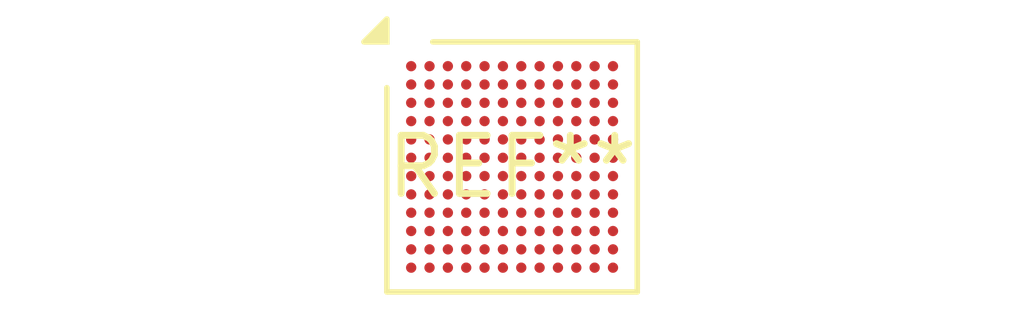
<source format=kicad_pcb>
(kicad_pcb (version 20240108) (generator pcbnew)
  (layers (0 "F.Cu" signal) (31 "B.Cu" signal) (34 "B.Paste" user) (35 "F.Paste" user) (36 "B.SilkS" user "B.Silkscreen") (37 "F.SilkS" user "F.Silkscreen") (38 "B.Mask" user) (39 "F.Mask" user) (44 "Edge.Cuts" user))
  (net 0 "")
  (footprint "ST_WLCSP-144_Die470" (layer "F.Cu") (at 0 0)
    (property "Reference" "REF**")
    (property "Value" "ST_WLCSP-144_Die470")
    (fp_line (start -2.73 2.73) (end -2.73 -1.73) (layer "F.SilkS") (stroke (width 0.12)))
    (fp_line (start -1.73 -2.73) (end 2.73 -2.73) (layer "F.SilkS") (stroke (width 0.12)))
    (fp_line (start 2.73 -2.73) (end 2.73 2.73) (layer "F.SilkS") (stroke (width 0.12)))
    (fp_line (start 2.73 2.73) (end -2.73 2.73) (layer "F.SilkS") (stroke (width 0.12)))
    (fp_poly (pts (xy -2.73 -2.73) (xy -3.23 -2.73) (xy -2.73 -3.23) (xy -2.73 -2.73)) (layer "F.SilkS") (stroke (width 0.12)) (fill solid))
    (pad "A1" smd circle (at -2.2 -2.2) (size 0.225 0.225) (property pad_prop_bga) (layers "F.Cu" "F.Paste" "F.Mask"))
    (pad "A2" smd circle (at -1.8 -2.2) (size 0.225 0.225) (property pad_prop_bga) (layers "F.Cu" "F.Paste" "F.Mask"))
    (pad "A3" smd circle (at -1.4 -2.2) (size 0.225 0.225) (property pad_prop_bga) (layers "F.Cu" "F.Paste" "F.Mask"))
    (pad "A4" smd circle (at -1 -2.2) (size 0.225 0.225) (property pad_prop_bga) (layers "F.Cu" "F.Paste" "F.Mask"))
    (pad "A5" smd circle (at -0.6 -2.2) (size 0.225 0.225) (property pad_prop_bga) (layers "F.Cu" "F.Paste" "F.Mask"))
    (pad "A6" smd circle (at -0.2 -2.2) (size 0.225 0.225) (property pad_prop_bga) (layers "F.Cu" "F.Paste" "F.Mask"))
    (pad "A7" smd circle (at 0.2 -2.2) (size 0.225 0.225) (property pad_prop_bga) (layers "F.Cu" "F.Paste" "F.Mask"))
    (pad "A8" smd circle (at 0.6 -2.2) (size 0.225 0.225) (property pad_prop_bga) (layers "F.Cu" "F.Paste" "F.Mask"))
    (pad "A9" smd circle (at 1 -2.2) (size 0.225 0.225) (property pad_prop_bga) (layers "F.Cu" "F.Paste" "F.Mask"))
    (pad "A10" smd circle (at 1.4 -2.2) (size 0.225 0.225) (property pad_prop_bga) (layers "F.Cu" "F.Paste" "F.Mask"))
    (pad "A11" smd circle (at 1.8 -2.2) (size 0.225 0.225) (property pad_prop_bga) (layers "F.Cu" "F.Paste" "F.Mask"))
    (pad "A12" smd circle (at 2.2 -2.2) (size 0.225 0.225) (property pad_prop_bga) (layers "F.Cu" "F.Paste" "F.Mask"))
    (pad "B1" smd circle (at -2.2 -1.8) (size 0.225 0.225) (property pad_prop_bga) (layers "F.Cu" "F.Paste" "F.Mask"))
    (pad "B2" smd circle (at -1.8 -1.8) (size 0.225 0.225) (property pad_prop_bga) (layers "F.Cu" "F.Paste" "F.Mask"))
    (pad "B3" smd circle (at -1.4 -1.8) (size 0.225 0.225) (property pad_prop_bga) (layers "F.Cu" "F.Paste" "F.Mask"))
    (pad "B4" smd circle (at -1 -1.8) (size 0.225 0.225) (property pad_prop_bga) (layers "F.Cu" "F.Paste" "F.Mask"))
    (pad "B5" smd circle (at -0.6 -1.8) (size 0.225 0.225) (property pad_prop_bga) (layers "F.Cu" "F.Paste" "F.Mask"))
    (pad "B6" smd circle (at -0.2 -1.8) (size 0.225 0.225) (property pad_prop_bga) (layers "F.Cu" "F.Paste" "F.Mask"))
    (pad "B7" smd circle (at 0.2 -1.8) (size 0.225 0.225) (property pad_prop_bga) (layers "F.Cu" "F.Paste" "F.Mask"))
    (pad "B8" smd circle (at 0.6 -1.8) (size 0.225 0.225) (property pad_prop_bga) (layers "F.Cu" "F.Paste" "F.Mask"))
    (pad "B9" smd circle (at 1 -1.8) (size 0.225 0.225) (property pad_prop_bga) (layers "F.Cu" "F.Paste" "F.Mask"))
    (pad "B10" smd circle (at 1.4 -1.8) (size 0.225 0.225) (property pad_prop_bga) (layers "F.Cu" "F.Paste" "F.Mask"))
    (pad "B11" smd circle (at 1.8 -1.8) (size 0.225 0.225) (property pad_prop_bga) (layers "F.Cu" "F.Paste" "F.Mask"))
    (pad "B12" smd circle (at 2.2 -1.8) (size 0.225 0.225) (property pad_prop_bga) (layers "F.Cu" "F.Paste" "F.Mask"))
    (pad "C1" smd circle (at -2.2 -1.4) (size 0.225 0.225) (property pad_prop_bga) (layers "F.Cu" "F.Paste" "F.Mask"))
    (pad "C2" smd circle (at -1.8 -1.4) (size 0.225 0.225) (property pad_prop_bga) (layers "F.Cu" "F.Paste" "F.Mask"))
    (pad "C3" smd circle (at -1.4 -1.4) (size 0.225 0.225) (property pad_prop_bga) (layers "F.Cu" "F.Paste" "F.Mask"))
    (pad "C4" smd circle (at -1 -1.4) (size 0.225 0.225) (property pad_prop_bga) (layers "F.Cu" "F.Paste" "F.Mask"))
    (pad "C5" smd circle (at -0.6 -1.4) (size 0.225 0.225) (property pad_prop_bga) (layers "F.Cu" "F.Paste" "F.Mask"))
    (pad "C6" smd circle (at -0.2 -1.4) (size 0.225 0.225) (property pad_prop_bga) (layers "F.Cu" "F.Paste" "F.Mask"))
    (pad "C7" smd circle (at 0.2 -1.4) (size 0.225 0.225) (property pad_prop_bga) (layers "F.Cu" "F.Paste" "F.Mask"))
    (pad "C8" smd circle (at 0.6 -1.4) (size 0.225 0.225) (property pad_prop_bga) (layers "F.Cu" "F.Paste" "F.Mask"))
    (pad "C9" smd circle (at 1 -1.4) (size 0.225 0.225) (property pad_prop_bga) (layers "F.Cu" "F.Paste" "F.Mask"))
    (pad "C10" smd circle (at 1.4 -1.4) (size 0.225 0.225) (property pad_prop_bga) (layers "F.Cu" "F.Paste" "F.Mask"))
    (pad "C11" smd circle (at 1.8 -1.4) (size 0.225 0.225) (property pad_prop_bga) (layers "F.Cu" "F.Paste" "F.Mask"))
    (pad "C12" smd circle (at 2.2 -1.4) (size 0.225 0.225) (property pad_prop_bga) (layers "F.Cu" "F.Paste" "F.Mask"))
    (pad "D1" smd circle (at -2.2 -1) (size 0.225 0.225) (property pad_prop_bga) (layers "F.Cu" "F.Paste" "F.Mask"))
    (pad "D2" smd circle (at -1.8 -1) (size 0.225 0.225) (property pad_prop_bga) (layers "F.Cu" "F.Paste" "F.Mask"))
    (pad "D3" smd circle (at -1.4 -1) (size 0.225 0.225) (property pad_prop_bga) (layers "F.Cu" "F.Paste" "F.Mask"))
    (pad "D4" smd circle (at -1 -1) (size 0.225 0.225) (property pad_prop_bga) (layers "F.Cu" "F.Paste" "F.Mask"))
    (pad "D5" smd circle (at -0.6 -1) (size 0.225 0.225) (property pad_prop_bga) (layers "F.Cu" "F.Paste" "F.Mask"))
    (pad "D6" smd circle (at -0.2 -1) (size 0.225 0.225) (property pad_prop_bga) (layers "F.Cu" "F.Paste" "F.Mask"))
    (pad "D7" smd circle (at 0.2 -1) (size 0.225 0.225) (property pad_prop_bga) (layers "F.Cu" "F.Paste" "F.Mask"))
    (pad "D8" smd circle (at 0.6 -1) (size 0.225 0.225) (property pad_prop_bga) (layers "F.Cu" "F.Paste" "F.Mask"))
    (pad "D9" smd circle (at 1 -1) (size 0.225 0.225) (property pad_prop_bga) (layers "F.Cu" "F.Paste" "F.Mask"))
    (pad "D10" smd circle (at 1.4 -1) (size 0.225 0.225) (property pad_prop_bga) (layers "F.Cu" "F.Paste" "F.Mask"))
    (pad "D11" smd circle (at 1.8 -1) (size 0.225 0.225) (property pad_prop_bga) (layers "F.Cu" "F.Paste" "F.Mask"))
    (pad "D12" smd circle (at 2.2 -1) (size 0.225 0.225) (property pad_prop_bga) (layers "F.Cu" "F.Paste" "F.Mask"))
    (pad "E1" smd circle (at -2.2 -0.6) (size 0.225 0.225) (property pad_prop_bga) (layers "F.Cu" "F.Paste" "F.Mask"))
    (pad "E2" smd circle (at -1.8 -0.6) (size 0.225 0.225) (property pad_prop_bga) (layers "F.Cu" "F.Paste" "F.Mask"))
    (pad "E3" smd circle (at -1.4 -0.6) (size 0.225 0.225) (property pad_prop_bga) (layers "F.Cu" "F.Paste" "F.Mask"))
    (pad "E4" smd circle (at -1 -0.6) (size 0.225 0.225) (property pad_prop_bga) (layers "F.Cu" "F.Paste" "F.Mask"))
    (pad "E5" smd circle (at -0.6 -0.6) (size 0.225 0.225) (property pad_prop_bga) (layers "F.Cu" "F.Paste" "F.Mask"))
    (pad "E6" smd circle (at -0.2 -0.6) (size 0.225 0.225) (property pad_prop_bga) (layers "F.Cu" "F.Paste" "F.Mask"))
    (pad "E7" smd circle (at 0.2 -0.6) (size 0.225 0.225) (property pad_prop_bga) (layers "F.Cu" "F.Paste" "F.Mask"))
    (pad "E8" smd circle (at 0.6 -0.6) (size 0.225 0.225) (property pad_prop_bga) (layers "F.Cu" "F.Paste" "F.Mask"))
    (pad "E9" smd circle (at 1 -0.6) (size 0.225 0.225) (property pad_prop_bga) (layers "F.Cu" "F.Paste" "F.Mask"))
    (pad "E10" smd circle (at 1.4 -0.6) (size 0.225 0.225) (property pad_prop_bga) (layers "F.Cu" "F.Paste" "F.Mask"))
    (pad "E11" smd circle (at 1.8 -0.6) (size 0.225 0.225) (property pad_prop_bga) (layers "F.Cu" "F.Paste" "F.Mask"))
    (pad "E12" smd circle (at 2.2 -0.6) (size 0.225 0.225) (property pad_prop_bga) (layers "F.Cu" "F.Paste" "F.Mask"))
    (pad "F1" smd circle (at -2.2 -0.2) (size 0.225 0.225) (property pad_prop_bga) (layers "F.Cu" "F.Paste" "F.Mask"))
    (pad "F2" smd circle (at -1.8 -0.2) (size 0.225 0.225) (property pad_prop_bga) (layers "F.Cu" "F.Paste" "F.Mask"))
    (pad "F3" smd circle (at -1.4 -0.2) (size 0.225 0.225) (property pad_prop_bga) (layers "F.Cu" "F.Paste" "F.Mask"))
    (pad "F4" smd circle (at -1 -0.2) (size 0.225 0.225) (property pad_prop_bga) (layers "F.Cu" "F.Paste" "F.Mask"))
    (pad "F5" smd circle (at -0.6 -0.2) (size 0.225 0.225) (property pad_prop_bga) (layers "F.Cu" "F.Paste" "F.Mask"))
    (pad "F6" smd circle (at -0.2 -0.2) (size 0.225 0.225) (property pad_prop_bga) (layers "F.Cu" "F.Paste" "F.Mask"))
    (pad "F7" smd circle (at 0.2 -0.2) (size 0.225 0.225) (property pad_prop_bga) (layers "F.Cu" "F.Paste" "F.Mask"))
    (pad "F8" smd circle (at 0.6 -0.2) (size 0.225 0.225) (property pad_prop_bga) (layers "F.Cu" "F.Paste" "F.Mask"))
    (pad "F9" smd circle (at 1 -0.2) (size 0.225 0.225) (property pad_prop_bga) (layers "F.Cu" "F.Paste" "F.Mask"))
    (pad "F10" smd circle (at 1.4 -0.2) (size 0.225 0.225) (property pad_prop_bga) (layers "F.Cu" "F.Paste" "F.Mask"))
    (pad "F11" smd circle (at 1.8 -0.2) (size 0.225 0.225) (property pad_prop_bga) (layers "F.Cu" "F.Paste" "F.Mask"))
    (pad "F12" smd circle (at 2.2 -0.2) (size 0.225 0.225) (property pad_prop_bga) (layers "F.Cu" "F.Paste" "F.Mask"))
    (pad "G1" smd circle (at -2.2 0.2) (size 0.225 0.225) (property pad_prop_bga) (layers "F.Cu" "F.Paste" "F.Mask"))
    (pad "G2" smd circle (at -1.8 0.2) (size 0.225 0.225) (property pad_prop_bga) (layers "F.Cu" "F.Paste" "F.Mask"))
    (pad "G3" smd circle (at -1.4 0.2) (size 0.225 0.225) (property pad_prop_bga) (layers "F.Cu" "F.Paste" "F.Mask"))
    (pad "G4" smd circle (at -1 0.2) (size 0.225 0.225) (property pad_prop_bga) (layers "F.Cu" "F.Paste" "F.Mask"))
    (pad "G5" smd circle (at -0.6 0.2) (size 0.225 0.225) (property pad_prop_bga) (layers "F.Cu" "F.Paste" "F.Mask"))
    (pad "G6" smd circle (at -0.2 0.2) (size 0.225 0.225) (property pad_prop_bga) (layers "F.Cu" "F.Paste" "F.Mask"))
    (pad "G7" smd circle (at 0.2 0.2) (size 0.225 0.225) (property pad_prop_bga) (layers "F.Cu" "F.Paste" "F.Mask"))
    (pad "G8" smd circle (at 0.6 0.2) (size 0.225 0.225) (property pad_prop_bga) (layers "F.Cu" "F.Paste" "F.Mask"))
    (pad "G9" smd circle (at 1 0.2) (size 0.225 0.225) (property pad_prop_bga) (layers "F.Cu" "F.Paste" "F.Mask"))
    (pad "G10" smd circle (at 1.4 0.2) (size 0.225 0.225) (property pad_prop_bga) (layers "F.Cu" "F.Paste" "F.Mask"))
    (pad "G11" smd circle (at 1.8 0.2) (size 0.225 0.225) (property pad_prop_bga) (layers "F.Cu" "F.Paste" "F.Mask"))
    (pad "G12" smd circle (at 2.2 0.2) (size 0.225 0.225) (property pad_prop_bga) (layers "F.Cu" "F.Paste" "F.Mask"))
    (pad "H1" smd circle (at -2.2 0.6) (size 0.225 0.225) (property pad_prop_bga) (layers "F.Cu" "F.Paste" "F.Mask"))
    (pad "H2" smd circle (at -1.8 0.6) (size 0.225 0.225) (property pad_prop_bga) (layers "F.Cu" "F.Paste" "F.Mask"))
    (pad "H3" smd circle (at -1.4 0.6) (size 0.225 0.225) (property pad_prop_bga) (layers "F.Cu" "F.Paste" "F.Mask"))
    (pad "H4" smd circle (at -1 0.6) (size 0.225 0.225) (property pad_prop_bga) (layers "F.Cu" "F.Paste" "F.Mask"))
    (pad "H5" smd circle (at -0.6 0.6) (size 0.225 0.225) (property pad_prop_bga) (layers "F.Cu" "F.Paste" "F.Mask"))
    (pad "H6" smd circle (at -0.2 0.6) (size 0.225 0.225) (property pad_prop_bga) (layers "F.Cu" "F.Paste" "F.Mask"))
    (pad "H7" smd circle (at 0.2 0.6) (size 0.225 0.225) (property pad_prop_bga) (layers "F.Cu" "F.Paste" "F.Mask"))
    (pad "H8" smd circle (at 0.6 0.6) (size 0.225 0.225) (property pad_prop_bga) (layers "F.Cu" "F.Paste" "F.Mask"))
    (pad "H9" smd circle (at 1 0.6) (size 0.225 0.225) (property pad_prop_bga) (layers "F.Cu" "F.Paste" "F.Mask"))
    (pad "H10" smd circle (at 1.4 0.6) (size 0.225 0.225) (property pad_prop_bga) (layers "F.Cu" "F.Paste" "F.Mask"))
    (pad "H11" smd circle (at 1.8 0.6) (size 0.225 0.225) (property pad_prop_bga) (layers "F.Cu" "F.Paste" "F.Mask"))
    (pad "H12" smd circle (at 2.2 0.6) (size 0.225 0.225) (property pad_prop_bga) (layers "F.Cu" "F.Paste" "F.Mask"))
    (pad "J1" smd circle (at -2.2 1) (size 0.225 0.225) (property pad_prop_bga) (layers "F.Cu" "F.Paste" "F.Mask"))
    (pad "J2" smd circle (at -1.8 1) (size 0.225 0.225) (property pad_prop_bga) (layers "F.Cu" "F.Paste" "F.Mask"))
    (pad "J3" smd circle (at -1.4 1) (size 0.225 0.225) (property pad_prop_bga) (layers "F.Cu" "F.Paste" "F.Mask"))
    (pad "J4" smd circle (at -1 1) (size 0.225 0.225) (property pad_prop_bga) (layers "F.Cu" "F.Paste" "F.Mask"))
    (pad "J5" smd circle (at -0.6 1) (size 0.225 0.225) (property pad_prop_bga) (layers "F.Cu" "F.Paste" "F.Mask"))
    (pad "J6" smd circle (at -0.2 1) (size 0.225 0.225) (property pad_prop_bga) (layers "F.Cu" "F.Paste" "F.Mask"))
    (pad "J7" smd circle (at 0.2 1) (size 0.225 0.225) (property pad_prop_bga) (layers "F.Cu" "F.Paste" "F.Mask"))
    (pad "J8" smd circle (at 0.6 1) (size 0.225 0.225) (property pad_prop_bga) (layers "F.Cu" "F.Paste" "F.Mask"))
    (pad "J9" smd circle (at 1 1) (size 0.225 0.225) (property pad_prop_bga) (layers "F.Cu" "F.Paste" "F.Mask"))
    (pad "J10" smd circle (at 1.4 1) (size 0.225 0.225) (property pad_prop_bga) (layers "F.Cu" "F.Paste" "F.Mask"))
    (pad "J11" smd circle (at 1.8 1) (size 0.225 0.225) (property pad_prop_bga) (layers "F.Cu" "F.Paste" "F.Mask"))
    (pad "J12" smd circle (at 2.2 1) (size 0.225 0.225) (property pad_prop_bga) (layers "F.Cu" "F.Paste" "F.Mask"))
    (pad "K1" smd circle (at -2.2 1.4) (size 0.225 0.225) (property pad_prop_bga) (layers "F.Cu" "F.Paste" "F.Mask"))
    (pad "K2" smd circle (at -1.8 1.4) (size 0.225 0.225) (property pad_prop_bga) (layers "F.Cu" "F.Paste" "F.Mask"))
    (pad "K3" smd circle (at -1.4 1.4) (size 0.225 0.225) (property pad_prop_bga) (layers "F.Cu" "F.Paste" "F.Mask"))
    (pad "K4" smd circle (at -1 1.4) (size 0.225 0.225) (property pad_prop_bga) (layers "F.Cu" "F.Paste" "F.Mask"))
    (pad "K5" smd circle (at -0.6 1.4) (size 0.225 0.225) (property pad_prop_bga) (layers "F.Cu" "F.Paste" "F.Mask"))
    (pad "K6" smd circle (at -0.2 1.4) (size 0.225 0.225) (property pad_prop_bga) (layers "F.Cu" "F.Paste" "F.Mask"))
    (pad "K7" smd circle (at 0.2 1.4) (size 0.225 0.225) (property pad_prop_bga) (layers "F.Cu" "F.Paste" "F.Mask"))
    (pad "K8" smd circle (at 0.6 1.4) (size 0.225 0.225) (property pad_prop_bga) (layers "F.Cu" "F.Paste" "F.Mask"))
    (pad "K9" smd circle (at 1 1.4) (size 0.225 0.225) (property pad_prop_bga) (layers "F.Cu" "F.Paste" "F.Mask"))
    (pad "K10" smd circle (at 1.4 1.4) (size 0.225 0.225) (property pad_prop_bga) (layers "F.Cu" "F.Paste" "F.Mask"))
    (pad "K11" smd circle (at 1.8 1.4) (size 0.225 0.225) (property pad_prop_bga) (layers "F.Cu" "F.Paste" "F.Mask"))
    (pad "K12" smd circle (at 2.2 1.4) (size 0.225 0.225) (property pad_prop_bga) (layers "F.Cu" "F.Paste" "F.Mask"))
    (pad "L1" smd circle (at -2.2 1.8) (size 0.225 0.225) (property pad_prop_bga) (layers "F.Cu" "F.Paste" "F.Mask"))
    (pad "L2" smd circle (at -1.8 1.8) (size 0.225 0.225) (property pad_prop_bga) (layers "F.Cu" "F.Paste" "F.Mask"))
    (pad "L3" smd circle (at -1.4 1.8) (size 0.225 0.225) (property pad_prop_bga) (layers "F.Cu" "F.Paste" "F.Mask"))
    (pad "L4" smd circle (at -1 1.8) (size 0.225 0.225) (property pad_prop_bga) (layers "F.Cu" "F.Paste" "F.Mask"))
    (pad "L5" smd circle (at -0.6 1.8) (size 0.225 0.225) (property pad_prop_bga) (layers "F.Cu" "F.Paste" "F.Mask"))
    (pad "L6" smd circle (at -0.2 1.8) (size 0.225 0.225) (property pad_prop_bga) (layers "F.Cu" "F.Paste" "F.Mask"))
    (pad "L7" smd circle (at 0.2 1.8) (size 0.225 0.225) (property pad_prop_bga) (layers "F.Cu" "F.Paste" "F.Mask"))
    (pad "L8" smd circle (at 0.6 1.8) (size 0.225 0.225) (property pad_prop_bga) (layers "F.Cu" "F.Paste" "F.Mask"))
    (pad "L9" smd circle (at 1 1.8) (size 0.225 0.225) (property pad_prop_bga) (layers "F.Cu" "F.Paste" "F.Mask"))
    (pad "L10" smd circle (at 1.4 1.8) (size 0.225 0.225) (property pad_prop_bga) (layers "F.Cu" "F.Paste" "F.Mask"))
    (pad "L11" smd circle (at 1.8 1.8) (size 0.225 0.225) (property pad_prop_bga) (layers "F.Cu" "F.Paste" "F.Mask"))
    (pad "L12" smd circle (at 2.2 1.8) (size 0.225 0.225) (property pad_prop_bga) (layers "F.Cu" "F.Paste" "F.Mask"))
    (pad "M1" smd circle (at -2.2 2.2) (size 0.225 0.225) (property pad_prop_bga) (layers "F.Cu" "F.Paste" "F.Mask"))
    (pad "M2" smd circle (at -1.8 2.2) (size 0.225 0.225) (property pad_prop_bga) (layers "F.Cu" "F.Paste" "F.Mask"))
    (pad "M3" smd circle (at -1.4 2.2) (size 0.225 0.225) (property pad_prop_bga) (layers "F.Cu" "F.Paste" "F.Mask"))
    (pad "M4" smd circle (at -1 2.2) (size 0.225 0.225) (property pad_prop_bga) (layers "F.Cu" "F.Paste" "F.Mask"))
    (pad "M5" smd circle (at -0.6 2.2) (size 0.225 0.225) (property pad_prop_bga) (layers "F.Cu" "F.Paste" "F.Mask"))
    (pad "M6" smd circle (at -0.2 2.2) (size 0.225 0.225) (property pad_prop_bga) (layers "F.Cu" "F.Paste" "F.Mask"))
    (pad "M7" smd circle (at 0.2 2.2) (size 0.225 0.225) (property pad_prop_bga) (layers "F.Cu" "F.Paste" "F.Mask"))
    (pad "M8" smd circle (at 0.6 2.2) (size 0.225 0.225) (property pad_prop_bga) (layers "F.Cu" "F.Paste" "F.Mask"))
    (pad "M9" smd circle (at 1 2.2) (size 0.225 0.225) (property pad_prop_bga) (layers "F.Cu" "F.Paste" "F.Mask"))
    (pad "M10" smd circle (at 1.4 2.2) (size 0.225 0.225) (property pad_prop_bga) (layers "F.Cu" "F.Paste" "F.Mask"))
    (pad "M11" smd circle (at 1.8 2.2) (size 0.225 0.225) (property pad_prop_bga) (layers "F.Cu" "F.Paste" "F.Mask"))
    (pad "M12" smd circle (at 2.2 2.2) (size 0.225 0.225) (property pad_prop_bga) (layers "F.Cu" "F.Paste" "F.Mask"))
  )
)
</source>
